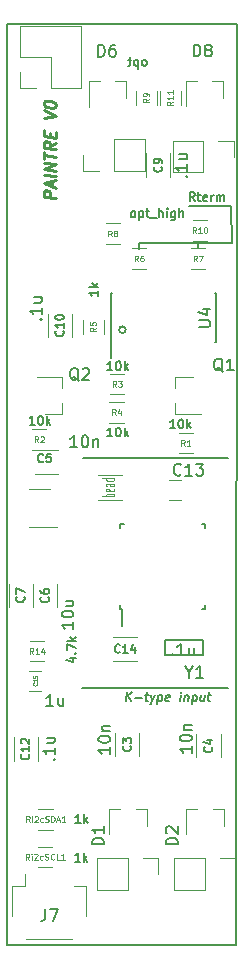
<source format=gbr>
G04 #@! TF.GenerationSoftware,KiCad,Pcbnew,5.0.2-bee76a0~70~ubuntu18.04.1*
G04 #@! TF.CreationDate,2019-12-03T11:06:18+01:00*
G04 #@! TF.ProjectId,instrumnet,696e7374-7275-46d6-9e65-742e6b696361,rev?*
G04 #@! TF.SameCoordinates,Original*
G04 #@! TF.FileFunction,Legend,Top*
G04 #@! TF.FilePolarity,Positive*
%FSLAX46Y46*%
G04 Gerber Fmt 4.6, Leading zero omitted, Abs format (unit mm)*
G04 Created by KiCad (PCBNEW 5.0.2-bee76a0~70~ubuntu18.04.1) date Tue 03 Dec 2019 11:06:18 AM CET*
%MOMM*%
%LPD*%
G01*
G04 APERTURE LIST*
%ADD10C,0.250000*%
%ADD11C,0.200000*%
%ADD12C,0.187500*%
%ADD13C,0.150000*%
%ADD14C,0.120000*%
%ADD15C,0.062500*%
%ADD16C,0.075000*%
%ADD17C,0.125000*%
G04 APERTURE END LIST*
D10*
X129152380Y-78779538D02*
X128152380Y-78654538D01*
X128152380Y-78273586D01*
X128200000Y-78184300D01*
X128247619Y-78142633D01*
X128342857Y-78106919D01*
X128485714Y-78124776D01*
X128580952Y-78184300D01*
X128628571Y-78237872D01*
X128676190Y-78339062D01*
X128676190Y-78720014D01*
X128866666Y-77791443D02*
X128866666Y-77315252D01*
X129152380Y-77922395D02*
X128152380Y-77464062D01*
X129152380Y-77255729D01*
X129152380Y-76922395D02*
X128152380Y-76797395D01*
X129152380Y-76446205D02*
X128152380Y-76321205D01*
X129152380Y-75874776D01*
X128152380Y-75749776D01*
X128152380Y-75416443D02*
X128152380Y-74845014D01*
X129152380Y-75255729D02*
X128152380Y-75130729D01*
X129152380Y-74065252D02*
X128676190Y-74339062D01*
X129152380Y-74636681D02*
X128152380Y-74511681D01*
X128152380Y-74130729D01*
X128200000Y-74041443D01*
X128247619Y-73999776D01*
X128342857Y-73964062D01*
X128485714Y-73981919D01*
X128580952Y-74041443D01*
X128628571Y-74095014D01*
X128676190Y-74196205D01*
X128676190Y-74577157D01*
X128628571Y-73571205D02*
X128628571Y-73237872D01*
X129152380Y-73160491D02*
X129152380Y-73636681D01*
X128152380Y-73511681D01*
X128152380Y-73035491D01*
X128152380Y-71987872D02*
X129152380Y-71779538D01*
X128152380Y-71321205D01*
X128152380Y-70797395D02*
X128152380Y-70702157D01*
X128200000Y-70612872D01*
X128247619Y-70571205D01*
X128342857Y-70535491D01*
X128533333Y-70511681D01*
X128771428Y-70541443D01*
X128961904Y-70612872D01*
X129057142Y-70672395D01*
X129104761Y-70725967D01*
X129152380Y-70827157D01*
X129152380Y-70922395D01*
X129104761Y-71011681D01*
X129057142Y-71053348D01*
X128961904Y-71089062D01*
X128771428Y-71112872D01*
X128533333Y-71083110D01*
X128342857Y-71011681D01*
X128247619Y-70952157D01*
X128200000Y-70898586D01*
X128152380Y-70797395D01*
D11*
X141210000Y-83000000D02*
X141200000Y-82600000D01*
X144100000Y-82600000D02*
X136200000Y-82600000D01*
X136190000Y-83040000D02*
X136200000Y-82600000D01*
X143980000Y-79400000D02*
X140410000Y-79440000D01*
X144100000Y-82600000D02*
X143980000Y-79400000D01*
D12*
X140914285Y-79009285D02*
X140664285Y-78652142D01*
X140485714Y-79009285D02*
X140485714Y-78259285D01*
X140771428Y-78259285D01*
X140842857Y-78295000D01*
X140878571Y-78330714D01*
X140914285Y-78402142D01*
X140914285Y-78509285D01*
X140878571Y-78580714D01*
X140842857Y-78616428D01*
X140771428Y-78652142D01*
X140485714Y-78652142D01*
X141128571Y-78509285D02*
X141414285Y-78509285D01*
X141235714Y-78259285D02*
X141235714Y-78902142D01*
X141271428Y-78973571D01*
X141342857Y-79009285D01*
X141414285Y-79009285D01*
X141950000Y-78973571D02*
X141878571Y-79009285D01*
X141735714Y-79009285D01*
X141664285Y-78973571D01*
X141628571Y-78902142D01*
X141628571Y-78616428D01*
X141664285Y-78545000D01*
X141735714Y-78509285D01*
X141878571Y-78509285D01*
X141950000Y-78545000D01*
X141985714Y-78616428D01*
X141985714Y-78687857D01*
X141628571Y-78759285D01*
X142307142Y-79009285D02*
X142307142Y-78509285D01*
X142307142Y-78652142D02*
X142342857Y-78580714D01*
X142378571Y-78545000D01*
X142450000Y-78509285D01*
X142521428Y-78509285D01*
X142771428Y-79009285D02*
X142771428Y-78509285D01*
X142771428Y-78580714D02*
X142807142Y-78545000D01*
X142878571Y-78509285D01*
X142985714Y-78509285D01*
X143057142Y-78545000D01*
X143092857Y-78616428D01*
X143092857Y-79009285D01*
X143092857Y-78616428D02*
X143128571Y-78545000D01*
X143200000Y-78509285D01*
X143307142Y-78509285D01*
X143378571Y-78545000D01*
X143414285Y-78616428D01*
X143414285Y-79009285D01*
X136707142Y-67539285D02*
X136778571Y-67503571D01*
X136814285Y-67467857D01*
X136850000Y-67396428D01*
X136850000Y-67182142D01*
X136814285Y-67110714D01*
X136778571Y-67075000D01*
X136707142Y-67039285D01*
X136600000Y-67039285D01*
X136528571Y-67075000D01*
X136492857Y-67110714D01*
X136457142Y-67182142D01*
X136457142Y-67396428D01*
X136492857Y-67467857D01*
X136528571Y-67503571D01*
X136600000Y-67539285D01*
X136707142Y-67539285D01*
X136135714Y-67039285D02*
X136135714Y-67789285D01*
X136135714Y-67075000D02*
X136064285Y-67039285D01*
X135921428Y-67039285D01*
X135850000Y-67075000D01*
X135814285Y-67110714D01*
X135778571Y-67182142D01*
X135778571Y-67396428D01*
X135814285Y-67467857D01*
X135850000Y-67503571D01*
X135921428Y-67539285D01*
X136064285Y-67539285D01*
X136135714Y-67503571D01*
X135564285Y-67039285D02*
X135278571Y-67039285D01*
X135457142Y-66789285D02*
X135457142Y-67432142D01*
X135421428Y-67503571D01*
X135350000Y-67539285D01*
X135278571Y-67539285D01*
D13*
X125000000Y-64000000D02*
X144500000Y-64000000D01*
D11*
X135082843Y-89900000D02*
G75*
G03X135082843Y-89900000I-282843J0D01*
G01*
D12*
X135101060Y-121339285D02*
X135194810Y-120589285D01*
X135529631Y-121339285D02*
X135261774Y-120910714D01*
X135623381Y-120589285D02*
X135141238Y-121017857D01*
X135886774Y-121053571D02*
X136458203Y-121053571D01*
X136734988Y-120839285D02*
X137020703Y-120839285D01*
X136873381Y-120589285D02*
X136793024Y-121232142D01*
X136819810Y-121303571D01*
X136886774Y-121339285D01*
X136958203Y-121339285D01*
X137199274Y-120839285D02*
X137315345Y-121339285D01*
X137556417Y-120839285D02*
X137315345Y-121339285D01*
X137221595Y-121517857D01*
X137181417Y-121553571D01*
X137105524Y-121589285D01*
X137842131Y-120839285D02*
X137748381Y-121589285D01*
X137837667Y-120875000D02*
X137913560Y-120839285D01*
X138056417Y-120839285D01*
X138123381Y-120875000D01*
X138154631Y-120910714D01*
X138181417Y-120982142D01*
X138154631Y-121196428D01*
X138109988Y-121267857D01*
X138069810Y-121303571D01*
X137993917Y-121339285D01*
X137851060Y-121339285D01*
X137784095Y-121303571D01*
X138748381Y-121303571D02*
X138672488Y-121339285D01*
X138529631Y-121339285D01*
X138462667Y-121303571D01*
X138435881Y-121232142D01*
X138471595Y-120946428D01*
X138516238Y-120875000D01*
X138592131Y-120839285D01*
X138734988Y-120839285D01*
X138801953Y-120875000D01*
X138828738Y-120946428D01*
X138819810Y-121017857D01*
X138453738Y-121089285D01*
X139672488Y-121339285D02*
X139734988Y-120839285D01*
X139766238Y-120589285D02*
X139726060Y-120625000D01*
X139757310Y-120660714D01*
X139797488Y-120625000D01*
X139766238Y-120589285D01*
X139757310Y-120660714D01*
X140092131Y-120839285D02*
X140029631Y-121339285D01*
X140083203Y-120910714D02*
X140123381Y-120875000D01*
X140199274Y-120839285D01*
X140306417Y-120839285D01*
X140373381Y-120875000D01*
X140400167Y-120946428D01*
X140351060Y-121339285D01*
X140770703Y-120839285D02*
X140676953Y-121589285D01*
X140766238Y-120875000D02*
X140842131Y-120839285D01*
X140984988Y-120839285D01*
X141051953Y-120875000D01*
X141083203Y-120910714D01*
X141109988Y-120982142D01*
X141083203Y-121196428D01*
X141038560Y-121267857D01*
X140998381Y-121303571D01*
X140922488Y-121339285D01*
X140779631Y-121339285D01*
X140712667Y-121303571D01*
X141770703Y-120839285D02*
X141708203Y-121339285D01*
X141449274Y-120839285D02*
X141400167Y-121232142D01*
X141426953Y-121303571D01*
X141493917Y-121339285D01*
X141601060Y-121339285D01*
X141676953Y-121303571D01*
X141717131Y-121267857D01*
X142020703Y-120839285D02*
X142306417Y-120839285D01*
X142159095Y-120589285D02*
X142078738Y-121232142D01*
X142105524Y-121303571D01*
X142172488Y-121339285D01*
X142243917Y-121339285D01*
D11*
X132500000Y-120250000D02*
X133250000Y-120250000D01*
X143760000Y-120230000D02*
X131340000Y-120230000D01*
X131470000Y-100750000D02*
X143720000Y-100750000D01*
D13*
X125000000Y-142000000D02*
X125000000Y-64000000D01*
X144400000Y-142000000D02*
X125000000Y-142000000D01*
X144500000Y-64000000D02*
X144400000Y-142000000D01*
D14*
G04 #@! TO.C,C13*
X139750000Y-102650000D02*
X138750000Y-102650000D01*
X138750000Y-104350000D02*
X139750000Y-104350000D01*
G04 #@! TO.C,C12*
X125580000Y-124400000D02*
X125580000Y-126400000D01*
X127620000Y-126400000D02*
X127620000Y-124400000D01*
G04 #@! TO.C,C14*
X136040000Y-115910000D02*
X134040000Y-115910000D01*
X134040000Y-117950000D02*
X136040000Y-117950000D01*
G04 #@! TO.C,C7*
X127210000Y-113400000D02*
X127210000Y-111400000D01*
X125170000Y-111400000D02*
X125170000Y-113400000D01*
G04 #@! TO.C,C10*
X128480000Y-88540000D02*
X128480000Y-90540000D01*
X130520000Y-90540000D02*
X130520000Y-88540000D01*
G04 #@! TO.C,C9*
X136810000Y-74970000D02*
X136810000Y-76970000D01*
X138850000Y-76970000D02*
X138850000Y-74970000D01*
G04 #@! TO.C,C6*
X129270000Y-113420000D02*
X129270000Y-111420000D01*
X127230000Y-111420000D02*
X127230000Y-113420000D01*
G04 #@! TO.C,C5*
X127380000Y-102130000D02*
X129380000Y-102130000D01*
X129380000Y-100090000D02*
X127380000Y-100090000D01*
G04 #@! TO.C,C4*
X141070000Y-124110000D02*
X141070000Y-126110000D01*
X143110000Y-126110000D02*
X143110000Y-124110000D01*
G04 #@! TO.C,C3*
X136230000Y-126020000D02*
X136230000Y-124020000D01*
X134190000Y-124020000D02*
X134190000Y-126020000D01*
G04 #@! TO.C,C15*
X127930000Y-118760000D02*
X126930000Y-118760000D01*
X126930000Y-120460000D02*
X127930000Y-120460000D01*
G04 #@! TO.C,Ri2cSDA1*
X127690000Y-130470000D02*
X128890000Y-130470000D01*
X128890000Y-132230000D02*
X127690000Y-132230000D01*
G04 #@! TO.C,Ri2cSCL1*
X127650000Y-133670000D02*
X128850000Y-133670000D01*
X128850000Y-135430000D02*
X127650000Y-135430000D01*
G04 #@! TO.C,R14*
X126980000Y-116230000D02*
X128180000Y-116230000D01*
X128180000Y-117990000D02*
X126980000Y-117990000D01*
G04 #@! TO.C,R1*
X139550000Y-98620000D02*
X140750000Y-98620000D01*
X140750000Y-100380000D02*
X139550000Y-100380000D01*
G04 #@! TO.C,R2*
X127160000Y-98330000D02*
X128360000Y-98330000D01*
X128360000Y-100090000D02*
X127160000Y-100090000D01*
G04 #@! TO.C,R3*
X133750000Y-93620000D02*
X134950000Y-93620000D01*
X134950000Y-95380000D02*
X133750000Y-95380000D01*
G04 #@! TO.C,R4*
X133700000Y-96020000D02*
X134900000Y-96020000D01*
X134900000Y-97780000D02*
X133700000Y-97780000D01*
G04 #@! TO.C,R6*
X136800000Y-84780000D02*
X135600000Y-84780000D01*
X135600000Y-83020000D02*
X136800000Y-83020000D01*
G04 #@! TO.C,R7*
X140600000Y-83020000D02*
X141800000Y-83020000D01*
X141800000Y-84780000D02*
X140600000Y-84780000D01*
G04 #@! TO.C,R5*
X133210000Y-89040000D02*
X133210000Y-90240000D01*
X131450000Y-90240000D02*
X131450000Y-89040000D01*
G04 #@! TO.C,R9*
X135930000Y-70860000D02*
X135930000Y-69660000D01*
X137690000Y-69660000D02*
X137690000Y-70860000D01*
G04 #@! TO.C,R10*
X140740000Y-80610000D02*
X141940000Y-80610000D01*
X141940000Y-82370000D02*
X140740000Y-82370000D01*
G04 #@! TO.C,R11*
X137960000Y-70860000D02*
X137960000Y-69660000D01*
X139720000Y-69660000D02*
X139720000Y-70860000D01*
G04 #@! TO.C,R8*
X133380000Y-80900000D02*
X134580000Y-80900000D01*
X134580000Y-82660000D02*
X133380000Y-82660000D01*
G04 #@! TO.C,D1*
X136860000Y-130480000D02*
X136860000Y-131940000D01*
X133700000Y-130480000D02*
X133700000Y-132640000D01*
X133700000Y-130480000D02*
X134630000Y-130480000D01*
X136860000Y-130480000D02*
X135930000Y-130480000D01*
G04 #@! TO.C,D2*
X143360000Y-130480000D02*
X142430000Y-130480000D01*
X140200000Y-130480000D02*
X141130000Y-130480000D01*
X140200000Y-130480000D02*
X140200000Y-132640000D01*
X143360000Y-130480000D02*
X143360000Y-131940000D01*
G04 #@! TO.C,458_IN1*
X136680000Y-76440000D02*
X136680000Y-73780000D01*
X134080000Y-76440000D02*
X136680000Y-76440000D01*
X134080000Y-73780000D02*
X136680000Y-73780000D01*
X134080000Y-76440000D02*
X134080000Y-73780000D01*
X132810000Y-76440000D02*
X131480000Y-76440000D01*
X131480000Y-76440000D02*
X131480000Y-75110000D01*
G04 #@! TO.C,485_OUT1*
X144250000Y-73910000D02*
X144250000Y-75240000D01*
X142920000Y-73910000D02*
X144250000Y-73910000D01*
X141650000Y-73910000D02*
X141650000Y-76570000D01*
X141650000Y-76570000D02*
X139050000Y-76570000D01*
X141650000Y-73910000D02*
X139050000Y-73910000D01*
X139050000Y-73910000D02*
X139050000Y-76570000D01*
G04 #@! TO.C,J1*
X126130000Y-69410000D02*
X126130000Y-68080000D01*
X127460000Y-69410000D02*
X126130000Y-69410000D01*
X126130000Y-66810000D02*
X126130000Y-64210000D01*
X128730000Y-66810000D02*
X126130000Y-66810000D01*
X128730000Y-69410000D02*
X128730000Y-66810000D01*
X126130000Y-64210000D02*
X131330000Y-64210000D01*
X128730000Y-69410000D02*
X131330000Y-69410000D01*
X131330000Y-69410000D02*
X131330000Y-64210000D01*
G04 #@! TO.C,L6*
X134750000Y-104320000D02*
X132750000Y-104320000D01*
X132750000Y-102180000D02*
X134750000Y-102180000D01*
D13*
G04 #@! TO.C,Y1*
X141600000Y-116827138D02*
X141600000Y-117477138D01*
X141600000Y-116177138D02*
X141600000Y-116827138D01*
X141600000Y-116177138D02*
X138400000Y-116177138D01*
X138400000Y-116177138D02*
X138400000Y-116827138D01*
X138400000Y-116827138D02*
X138400000Y-117477138D01*
X141600000Y-117477138D02*
X138400000Y-117477138D01*
D14*
G04 #@! TO.C,J3*
X139170000Y-134670000D02*
X139170000Y-137330000D01*
X141770000Y-134670000D02*
X139170000Y-134670000D01*
X141770000Y-137330000D02*
X139170000Y-137330000D01*
X141770000Y-134670000D02*
X141770000Y-137330000D01*
X143040000Y-134670000D02*
X144370000Y-134670000D01*
X144370000Y-134670000D02*
X144370000Y-136000000D01*
G04 #@! TO.C,J2*
X137830000Y-134670000D02*
X137830000Y-136000000D01*
X136500000Y-134670000D02*
X137830000Y-134670000D01*
X135230000Y-134670000D02*
X135230000Y-137330000D01*
X135230000Y-137330000D02*
X132630000Y-137330000D01*
X135230000Y-134670000D02*
X132630000Y-134670000D01*
X132630000Y-134670000D02*
X132630000Y-137330000D01*
G04 #@! TO.C,J7*
X125490000Y-139515000D02*
X125490000Y-137015000D01*
X125490000Y-137015000D02*
X126540000Y-137015000D01*
X126540000Y-137015000D02*
X126540000Y-136025000D01*
X131710000Y-139515000D02*
X131710000Y-137015000D01*
X131710000Y-137015000D02*
X130660000Y-137015000D01*
X126660000Y-141485000D02*
X130540000Y-141485000D01*
D13*
G04 #@! TO.C,U5*
X134800000Y-113575000D02*
X134800000Y-115000000D01*
X134575000Y-106325000D02*
X134575000Y-106650001D01*
X141825000Y-106325000D02*
X141825000Y-106650001D01*
X141825000Y-113575000D02*
X141825000Y-113249999D01*
X134575000Y-113575000D02*
X134575000Y-113249999D01*
X141825000Y-113575000D02*
X141499999Y-113575000D01*
X141825000Y-106325000D02*
X141499999Y-106325000D01*
X134575000Y-106325000D02*
X134900001Y-106325000D01*
X134575000Y-113575000D02*
X134800000Y-113575000D01*
D14*
G04 #@! TO.C,U1*
X128650000Y-103390000D02*
X126850000Y-103390000D01*
X126850000Y-106610000D02*
X129300000Y-106610000D01*
G04 #@! TO.C,Q2*
X129710000Y-97080000D02*
X128250000Y-97080000D01*
X129710000Y-93920000D02*
X127550000Y-93920000D01*
X129710000Y-93920000D02*
X129710000Y-94850000D01*
X129710000Y-97080000D02*
X129710000Y-96150000D01*
G04 #@! TO.C,Q1*
X139290000Y-93920000D02*
X139290000Y-94850000D01*
X139290000Y-97080000D02*
X139290000Y-96150000D01*
X139290000Y-97080000D02*
X141450000Y-97080000D01*
X139290000Y-93920000D02*
X140750000Y-93920000D01*
D13*
G04 #@! TO.C,U4*
X133865000Y-90925000D02*
X133865000Y-92300000D01*
X142740000Y-90925000D02*
X142740000Y-86775000D01*
X133840000Y-90925000D02*
X133840000Y-86775000D01*
X142740000Y-90925000D02*
X142625000Y-90925000D01*
X142740000Y-86775000D02*
X142625000Y-86775000D01*
X133840000Y-86775000D02*
X133955000Y-86775000D01*
X133840000Y-90925000D02*
X133865000Y-90925000D01*
D14*
G04 #@! TO.C,D6*
X135140000Y-68850000D02*
X135140000Y-70310000D01*
X131980000Y-68850000D02*
X131980000Y-71010000D01*
X131980000Y-68850000D02*
X132910000Y-68850000D01*
X135140000Y-68850000D02*
X134210000Y-68850000D01*
G04 #@! TO.C,D8*
X143310000Y-68820000D02*
X142380000Y-68820000D01*
X140150000Y-68820000D02*
X141080000Y-68820000D01*
X140150000Y-68820000D02*
X140150000Y-70980000D01*
X143310000Y-68820000D02*
X143310000Y-70280000D01*
G04 #@! TD*
G04 #@! TO.C,C13*
D13*
X139757142Y-102157142D02*
X139709523Y-102204761D01*
X139566666Y-102252380D01*
X139471428Y-102252380D01*
X139328571Y-102204761D01*
X139233333Y-102109523D01*
X139185714Y-102014285D01*
X139138095Y-101823809D01*
X139138095Y-101680952D01*
X139185714Y-101490476D01*
X139233333Y-101395238D01*
X139328571Y-101300000D01*
X139471428Y-101252380D01*
X139566666Y-101252380D01*
X139709523Y-101300000D01*
X139757142Y-101347619D01*
X140709523Y-102252380D02*
X140138095Y-102252380D01*
X140423809Y-102252380D02*
X140423809Y-101252380D01*
X140328571Y-101395238D01*
X140233333Y-101490476D01*
X140138095Y-101538095D01*
X141042857Y-101252380D02*
X141661904Y-101252380D01*
X141328571Y-101633333D01*
X141471428Y-101633333D01*
X141566666Y-101680952D01*
X141614285Y-101728571D01*
X141661904Y-101823809D01*
X141661904Y-102061904D01*
X141614285Y-102157142D01*
X141566666Y-102204761D01*
X141471428Y-102252380D01*
X141185714Y-102252380D01*
X141090476Y-102204761D01*
X141042857Y-102157142D01*
G04 #@! TO.C,C12*
X126850000Y-125850000D02*
X126883333Y-125883333D01*
X126916666Y-125983333D01*
X126916666Y-126050000D01*
X126883333Y-126150000D01*
X126816666Y-126216666D01*
X126750000Y-126250000D01*
X126616666Y-126283333D01*
X126516666Y-126283333D01*
X126383333Y-126250000D01*
X126316666Y-126216666D01*
X126250000Y-126150000D01*
X126216666Y-126050000D01*
X126216666Y-125983333D01*
X126250000Y-125883333D01*
X126283333Y-125850000D01*
X126916666Y-125183333D02*
X126916666Y-125583333D01*
X126916666Y-125383333D02*
X126216666Y-125383333D01*
X126316666Y-125450000D01*
X126383333Y-125516666D01*
X126416666Y-125583333D01*
X126283333Y-124916666D02*
X126250000Y-124883333D01*
X126216666Y-124816666D01*
X126216666Y-124650000D01*
X126250000Y-124583333D01*
X126283333Y-124550000D01*
X126350000Y-124516666D01*
X126416666Y-124516666D01*
X126516666Y-124550000D01*
X126916666Y-124950000D01*
X126916666Y-124516666D01*
X128967142Y-126288571D02*
X129014761Y-126240952D01*
X129062380Y-126288571D01*
X129014761Y-126336190D01*
X128967142Y-126288571D01*
X129062380Y-126288571D01*
X129062380Y-125288571D02*
X129062380Y-125860000D01*
X129062380Y-125574285D02*
X128062380Y-125574285D01*
X128205238Y-125669523D01*
X128300476Y-125764761D01*
X128348095Y-125860000D01*
X128395714Y-124431428D02*
X129062380Y-124431428D01*
X128395714Y-124860000D02*
X128919523Y-124860000D01*
X129014761Y-124812380D01*
X129062380Y-124717142D01*
X129062380Y-124574285D01*
X129014761Y-124479047D01*
X128967142Y-124431428D01*
G04 #@! TO.C,C14*
X134590000Y-117180000D02*
X134556666Y-117213333D01*
X134456666Y-117246666D01*
X134390000Y-117246666D01*
X134290000Y-117213333D01*
X134223333Y-117146666D01*
X134190000Y-117080000D01*
X134156666Y-116946666D01*
X134156666Y-116846666D01*
X134190000Y-116713333D01*
X134223333Y-116646666D01*
X134290000Y-116580000D01*
X134390000Y-116546666D01*
X134456666Y-116546666D01*
X134556666Y-116580000D01*
X134590000Y-116613333D01*
X135256666Y-117246666D02*
X134856666Y-117246666D01*
X135056666Y-117246666D02*
X135056666Y-116546666D01*
X134990000Y-116646666D01*
X134923333Y-116713333D01*
X134856666Y-116746666D01*
X135856666Y-116780000D02*
X135856666Y-117246666D01*
X135690000Y-116513333D02*
X135523333Y-117013333D01*
X135956666Y-117013333D01*
X139011428Y-117387142D02*
X139059047Y-117434761D01*
X139011428Y-117482380D01*
X138963809Y-117434761D01*
X139011428Y-117387142D01*
X139011428Y-117482380D01*
X140011428Y-117482380D02*
X139440000Y-117482380D01*
X139725714Y-117482380D02*
X139725714Y-116482380D01*
X139630476Y-116625238D01*
X139535238Y-116720476D01*
X139440000Y-116768095D01*
X140868571Y-116815714D02*
X140868571Y-117482380D01*
X140440000Y-116815714D02*
X140440000Y-117339523D01*
X140487619Y-117434761D01*
X140582857Y-117482380D01*
X140725714Y-117482380D01*
X140820952Y-117434761D01*
X140868571Y-117387142D01*
G04 #@! TO.C,C7*
X130652380Y-114642857D02*
X130652380Y-115214285D01*
X130652380Y-114928571D02*
X129652380Y-114928571D01*
X129795238Y-115023809D01*
X129890476Y-115119047D01*
X129938095Y-115214285D01*
X129652380Y-114023809D02*
X129652380Y-113928571D01*
X129700000Y-113833333D01*
X129747619Y-113785714D01*
X129842857Y-113738095D01*
X130033333Y-113690476D01*
X130271428Y-113690476D01*
X130461904Y-113738095D01*
X130557142Y-113785714D01*
X130604761Y-113833333D01*
X130652380Y-113928571D01*
X130652380Y-114023809D01*
X130604761Y-114119047D01*
X130557142Y-114166666D01*
X130461904Y-114214285D01*
X130271428Y-114261904D01*
X130033333Y-114261904D01*
X129842857Y-114214285D01*
X129747619Y-114166666D01*
X129700000Y-114119047D01*
X129652380Y-114023809D01*
X129985714Y-112833333D02*
X130652380Y-112833333D01*
X129985714Y-113261904D02*
X130509523Y-113261904D01*
X130604761Y-113214285D01*
X130652380Y-113119047D01*
X130652380Y-112976190D01*
X130604761Y-112880952D01*
X130557142Y-112833333D01*
X126450714Y-112518333D02*
X126485476Y-112552142D01*
X126520238Y-112653571D01*
X126520238Y-112721190D01*
X126485476Y-112822619D01*
X126415952Y-112890238D01*
X126346428Y-112924047D01*
X126207380Y-112957857D01*
X126103095Y-112957857D01*
X125964047Y-112924047D01*
X125894523Y-112890238D01*
X125825000Y-112822619D01*
X125790238Y-112721190D01*
X125790238Y-112653571D01*
X125825000Y-112552142D01*
X125859761Y-112518333D01*
X125790238Y-112281666D02*
X125790238Y-111808333D01*
X126520238Y-112112619D01*
G04 #@! TO.C,C10*
X127857142Y-89028571D02*
X127904761Y-88980952D01*
X127952380Y-89028571D01*
X127904761Y-89076190D01*
X127857142Y-89028571D01*
X127952380Y-89028571D01*
X127952380Y-88028571D02*
X127952380Y-88600000D01*
X127952380Y-88314285D02*
X126952380Y-88314285D01*
X127095238Y-88409523D01*
X127190476Y-88504761D01*
X127238095Y-88600000D01*
X127285714Y-87171428D02*
X127952380Y-87171428D01*
X127285714Y-87600000D02*
X127809523Y-87600000D01*
X127904761Y-87552380D01*
X127952380Y-87457142D01*
X127952380Y-87314285D01*
X127904761Y-87219047D01*
X127857142Y-87171428D01*
X129760714Y-89996428D02*
X129795476Y-90030238D01*
X129830238Y-90131666D01*
X129830238Y-90199285D01*
X129795476Y-90300714D01*
X129725952Y-90368333D01*
X129656428Y-90402142D01*
X129517380Y-90435952D01*
X129413095Y-90435952D01*
X129274047Y-90402142D01*
X129204523Y-90368333D01*
X129135000Y-90300714D01*
X129100238Y-90199285D01*
X129100238Y-90131666D01*
X129135000Y-90030238D01*
X129169761Y-89996428D01*
X129830238Y-89320238D02*
X129830238Y-89725952D01*
X129830238Y-89523095D02*
X129100238Y-89523095D01*
X129204523Y-89590714D01*
X129274047Y-89658333D01*
X129308809Y-89725952D01*
X129100238Y-88880714D02*
X129100238Y-88813095D01*
X129135000Y-88745476D01*
X129169761Y-88711666D01*
X129239285Y-88677857D01*
X129378333Y-88644047D01*
X129552142Y-88644047D01*
X129691190Y-88677857D01*
X129760714Y-88711666D01*
X129795476Y-88745476D01*
X129830238Y-88813095D01*
X129830238Y-88880714D01*
X129795476Y-88948333D01*
X129760714Y-88982142D01*
X129691190Y-89015952D01*
X129552142Y-89049761D01*
X129378333Y-89049761D01*
X129239285Y-89015952D01*
X129169761Y-88982142D01*
X129135000Y-88948333D01*
X129100238Y-88880714D01*
G04 #@! TO.C,C9*
X140187142Y-76898571D02*
X140234761Y-76850952D01*
X140282380Y-76898571D01*
X140234761Y-76946190D01*
X140187142Y-76898571D01*
X140282380Y-76898571D01*
X140282380Y-75898571D02*
X140282380Y-76470000D01*
X140282380Y-76184285D02*
X139282380Y-76184285D01*
X139425238Y-76279523D01*
X139520476Y-76374761D01*
X139568095Y-76470000D01*
X139615714Y-75041428D02*
X140282380Y-75041428D01*
X139615714Y-75470000D02*
X140139523Y-75470000D01*
X140234761Y-75422380D01*
X140282380Y-75327142D01*
X140282380Y-75184285D01*
X140234761Y-75089047D01*
X140187142Y-75041428D01*
X138090714Y-76088333D02*
X138125476Y-76122142D01*
X138160238Y-76223571D01*
X138160238Y-76291190D01*
X138125476Y-76392619D01*
X138055952Y-76460238D01*
X137986428Y-76494047D01*
X137847380Y-76527857D01*
X137743095Y-76527857D01*
X137604047Y-76494047D01*
X137534523Y-76460238D01*
X137465000Y-76392619D01*
X137430238Y-76291190D01*
X137430238Y-76223571D01*
X137465000Y-76122142D01*
X137499761Y-76088333D01*
X138160238Y-75750238D02*
X138160238Y-75615000D01*
X138125476Y-75547380D01*
X138090714Y-75513571D01*
X137986428Y-75445952D01*
X137847380Y-75412142D01*
X137569285Y-75412142D01*
X137499761Y-75445952D01*
X137465000Y-75479761D01*
X137430238Y-75547380D01*
X137430238Y-75682619D01*
X137465000Y-75750238D01*
X137499761Y-75784047D01*
X137569285Y-75817857D01*
X137743095Y-75817857D01*
X137812619Y-75784047D01*
X137847380Y-75750238D01*
X137882142Y-75682619D01*
X137882142Y-75547380D01*
X137847380Y-75479761D01*
X137812619Y-75445952D01*
X137743095Y-75412142D01*
G04 #@! TO.C,C6*
X128510714Y-112538333D02*
X128545476Y-112572142D01*
X128580238Y-112673571D01*
X128580238Y-112741190D01*
X128545476Y-112842619D01*
X128475952Y-112910238D01*
X128406428Y-112944047D01*
X128267380Y-112977857D01*
X128163095Y-112977857D01*
X128024047Y-112944047D01*
X127954523Y-112910238D01*
X127885000Y-112842619D01*
X127850238Y-112741190D01*
X127850238Y-112673571D01*
X127885000Y-112572142D01*
X127919761Y-112538333D01*
X127850238Y-111929761D02*
X127850238Y-112065000D01*
X127885000Y-112132619D01*
X127919761Y-112166428D01*
X128024047Y-112234047D01*
X128163095Y-112267857D01*
X128441190Y-112267857D01*
X128510714Y-112234047D01*
X128545476Y-112200238D01*
X128580238Y-112132619D01*
X128580238Y-111997380D01*
X128545476Y-111929761D01*
X128510714Y-111895952D01*
X128441190Y-111862142D01*
X128267380Y-111862142D01*
X128197857Y-111895952D01*
X128163095Y-111929761D01*
X128128333Y-111997380D01*
X128128333Y-112132619D01*
X128163095Y-112200238D01*
X128197857Y-112234047D01*
X128267380Y-112267857D01*
G04 #@! TO.C,C5*
X130957142Y-99852380D02*
X130385714Y-99852380D01*
X130671428Y-99852380D02*
X130671428Y-98852380D01*
X130576190Y-98995238D01*
X130480952Y-99090476D01*
X130385714Y-99138095D01*
X131576190Y-98852380D02*
X131671428Y-98852380D01*
X131766666Y-98900000D01*
X131814285Y-98947619D01*
X131861904Y-99042857D01*
X131909523Y-99233333D01*
X131909523Y-99471428D01*
X131861904Y-99661904D01*
X131814285Y-99757142D01*
X131766666Y-99804761D01*
X131671428Y-99852380D01*
X131576190Y-99852380D01*
X131480952Y-99804761D01*
X131433333Y-99757142D01*
X131385714Y-99661904D01*
X131338095Y-99471428D01*
X131338095Y-99233333D01*
X131385714Y-99042857D01*
X131433333Y-98947619D01*
X131480952Y-98900000D01*
X131576190Y-98852380D01*
X132338095Y-99185714D02*
X132338095Y-99852380D01*
X132338095Y-99280952D02*
X132385714Y-99233333D01*
X132480952Y-99185714D01*
X132623809Y-99185714D01*
X132719047Y-99233333D01*
X132766666Y-99328571D01*
X132766666Y-99852380D01*
X128081666Y-101060714D02*
X128047857Y-101095476D01*
X127946428Y-101130238D01*
X127878809Y-101130238D01*
X127777380Y-101095476D01*
X127709761Y-101025952D01*
X127675952Y-100956428D01*
X127642142Y-100817380D01*
X127642142Y-100713095D01*
X127675952Y-100574047D01*
X127709761Y-100504523D01*
X127777380Y-100435000D01*
X127878809Y-100400238D01*
X127946428Y-100400238D01*
X128047857Y-100435000D01*
X128081666Y-100469761D01*
X128724047Y-100400238D02*
X128385952Y-100400238D01*
X128352142Y-100747857D01*
X128385952Y-100713095D01*
X128453571Y-100678333D01*
X128622619Y-100678333D01*
X128690238Y-100713095D01*
X128724047Y-100747857D01*
X128757857Y-100817380D01*
X128757857Y-100991190D01*
X128724047Y-101060714D01*
X128690238Y-101095476D01*
X128622619Y-101130238D01*
X128453571Y-101130238D01*
X128385952Y-101095476D01*
X128352142Y-101060714D01*
G04 #@! TO.C,C4*
X140652380Y-125142857D02*
X140652380Y-125714285D01*
X140652380Y-125428571D02*
X139652380Y-125428571D01*
X139795238Y-125523809D01*
X139890476Y-125619047D01*
X139938095Y-125714285D01*
X139652380Y-124523809D02*
X139652380Y-124428571D01*
X139700000Y-124333333D01*
X139747619Y-124285714D01*
X139842857Y-124238095D01*
X140033333Y-124190476D01*
X140271428Y-124190476D01*
X140461904Y-124238095D01*
X140557142Y-124285714D01*
X140604761Y-124333333D01*
X140652380Y-124428571D01*
X140652380Y-124523809D01*
X140604761Y-124619047D01*
X140557142Y-124666666D01*
X140461904Y-124714285D01*
X140271428Y-124761904D01*
X140033333Y-124761904D01*
X139842857Y-124714285D01*
X139747619Y-124666666D01*
X139700000Y-124619047D01*
X139652380Y-124523809D01*
X139985714Y-123761904D02*
X140652380Y-123761904D01*
X140080952Y-123761904D02*
X140033333Y-123714285D01*
X139985714Y-123619047D01*
X139985714Y-123476190D01*
X140033333Y-123380952D01*
X140128571Y-123333333D01*
X140652380Y-123333333D01*
X142350714Y-125228333D02*
X142385476Y-125262142D01*
X142420238Y-125363571D01*
X142420238Y-125431190D01*
X142385476Y-125532619D01*
X142315952Y-125600238D01*
X142246428Y-125634047D01*
X142107380Y-125667857D01*
X142003095Y-125667857D01*
X141864047Y-125634047D01*
X141794523Y-125600238D01*
X141725000Y-125532619D01*
X141690238Y-125431190D01*
X141690238Y-125363571D01*
X141725000Y-125262142D01*
X141759761Y-125228333D01*
X141933571Y-124619761D02*
X142420238Y-124619761D01*
X141655476Y-124788809D02*
X142176904Y-124957857D01*
X142176904Y-124518333D01*
G04 #@! TO.C,C3*
X133752380Y-125242857D02*
X133752380Y-125814285D01*
X133752380Y-125528571D02*
X132752380Y-125528571D01*
X132895238Y-125623809D01*
X132990476Y-125719047D01*
X133038095Y-125814285D01*
X132752380Y-124623809D02*
X132752380Y-124528571D01*
X132800000Y-124433333D01*
X132847619Y-124385714D01*
X132942857Y-124338095D01*
X133133333Y-124290476D01*
X133371428Y-124290476D01*
X133561904Y-124338095D01*
X133657142Y-124385714D01*
X133704761Y-124433333D01*
X133752380Y-124528571D01*
X133752380Y-124623809D01*
X133704761Y-124719047D01*
X133657142Y-124766666D01*
X133561904Y-124814285D01*
X133371428Y-124861904D01*
X133133333Y-124861904D01*
X132942857Y-124814285D01*
X132847619Y-124766666D01*
X132800000Y-124719047D01*
X132752380Y-124623809D01*
X133085714Y-123861904D02*
X133752380Y-123861904D01*
X133180952Y-123861904D02*
X133133333Y-123814285D01*
X133085714Y-123719047D01*
X133085714Y-123576190D01*
X133133333Y-123480952D01*
X133228571Y-123433333D01*
X133752380Y-123433333D01*
X135470714Y-125138333D02*
X135505476Y-125172142D01*
X135540238Y-125273571D01*
X135540238Y-125341190D01*
X135505476Y-125442619D01*
X135435952Y-125510238D01*
X135366428Y-125544047D01*
X135227380Y-125577857D01*
X135123095Y-125577857D01*
X134984047Y-125544047D01*
X134914523Y-125510238D01*
X134845000Y-125442619D01*
X134810238Y-125341190D01*
X134810238Y-125273571D01*
X134845000Y-125172142D01*
X134879761Y-125138333D01*
X134810238Y-124901666D02*
X134810238Y-124462142D01*
X135088333Y-124698809D01*
X135088333Y-124597380D01*
X135123095Y-124529761D01*
X135157857Y-124495952D01*
X135227380Y-124462142D01*
X135401190Y-124462142D01*
X135470714Y-124495952D01*
X135505476Y-124529761D01*
X135540238Y-124597380D01*
X135540238Y-124800238D01*
X135505476Y-124867857D01*
X135470714Y-124901666D01*
G04 #@! TO.C,C15*
X128933333Y-121762380D02*
X128361904Y-121762380D01*
X128647619Y-121762380D02*
X128647619Y-120762380D01*
X128552380Y-120905238D01*
X128457142Y-121000476D01*
X128361904Y-121048095D01*
X129790476Y-121095714D02*
X129790476Y-121762380D01*
X129361904Y-121095714D02*
X129361904Y-121619523D01*
X129409523Y-121714761D01*
X129504761Y-121762380D01*
X129647619Y-121762380D01*
X129742857Y-121714761D01*
X129790476Y-121667142D01*
D15*
X127547857Y-119822142D02*
X127563571Y-119837857D01*
X127579285Y-119885000D01*
X127579285Y-119916428D01*
X127563571Y-119963571D01*
X127532142Y-119995000D01*
X127500714Y-120010714D01*
X127437857Y-120026428D01*
X127390714Y-120026428D01*
X127327857Y-120010714D01*
X127296428Y-119995000D01*
X127265000Y-119963571D01*
X127249285Y-119916428D01*
X127249285Y-119885000D01*
X127265000Y-119837857D01*
X127280714Y-119822142D01*
X127579285Y-119507857D02*
X127579285Y-119696428D01*
X127579285Y-119602142D02*
X127249285Y-119602142D01*
X127296428Y-119633571D01*
X127327857Y-119665000D01*
X127343571Y-119696428D01*
X127249285Y-119209285D02*
X127249285Y-119366428D01*
X127406428Y-119382142D01*
X127390714Y-119366428D01*
X127375000Y-119335000D01*
X127375000Y-119256428D01*
X127390714Y-119225000D01*
X127406428Y-119209285D01*
X127437857Y-119193571D01*
X127516428Y-119193571D01*
X127547857Y-119209285D01*
X127563571Y-119225000D01*
X127579285Y-119256428D01*
X127579285Y-119335000D01*
X127563571Y-119366428D01*
X127547857Y-119382142D01*
G04 #@! TO.C,Ri2cSDA1*
D13*
X131250714Y-131689285D02*
X130822142Y-131689285D01*
X131036428Y-131689285D02*
X131036428Y-130939285D01*
X130965000Y-131046428D01*
X130893571Y-131117857D01*
X130822142Y-131153571D01*
X131572142Y-131689285D02*
X131572142Y-130939285D01*
X131643571Y-131403571D02*
X131857857Y-131689285D01*
X131857857Y-131189285D02*
X131572142Y-131475000D01*
D16*
X126932857Y-131576190D02*
X126766190Y-131338095D01*
X126647142Y-131576190D02*
X126647142Y-131076190D01*
X126837619Y-131076190D01*
X126885238Y-131100000D01*
X126909047Y-131123809D01*
X126932857Y-131171428D01*
X126932857Y-131242857D01*
X126909047Y-131290476D01*
X126885238Y-131314285D01*
X126837619Y-131338095D01*
X126647142Y-131338095D01*
X127147142Y-131576190D02*
X127147142Y-131242857D01*
X127147142Y-131076190D02*
X127123333Y-131100000D01*
X127147142Y-131123809D01*
X127170952Y-131100000D01*
X127147142Y-131076190D01*
X127147142Y-131123809D01*
X127361428Y-131123809D02*
X127385238Y-131100000D01*
X127432857Y-131076190D01*
X127551904Y-131076190D01*
X127599523Y-131100000D01*
X127623333Y-131123809D01*
X127647142Y-131171428D01*
X127647142Y-131219047D01*
X127623333Y-131290476D01*
X127337619Y-131576190D01*
X127647142Y-131576190D01*
X128075714Y-131552380D02*
X128028095Y-131576190D01*
X127932857Y-131576190D01*
X127885238Y-131552380D01*
X127861428Y-131528571D01*
X127837619Y-131480952D01*
X127837619Y-131338095D01*
X127861428Y-131290476D01*
X127885238Y-131266666D01*
X127932857Y-131242857D01*
X128028095Y-131242857D01*
X128075714Y-131266666D01*
X128266190Y-131552380D02*
X128337619Y-131576190D01*
X128456666Y-131576190D01*
X128504285Y-131552380D01*
X128528095Y-131528571D01*
X128551904Y-131480952D01*
X128551904Y-131433333D01*
X128528095Y-131385714D01*
X128504285Y-131361904D01*
X128456666Y-131338095D01*
X128361428Y-131314285D01*
X128313809Y-131290476D01*
X128290000Y-131266666D01*
X128266190Y-131219047D01*
X128266190Y-131171428D01*
X128290000Y-131123809D01*
X128313809Y-131100000D01*
X128361428Y-131076190D01*
X128480476Y-131076190D01*
X128551904Y-131100000D01*
X128766190Y-131576190D02*
X128766190Y-131076190D01*
X128885238Y-131076190D01*
X128956666Y-131100000D01*
X129004285Y-131147619D01*
X129028095Y-131195238D01*
X129051904Y-131290476D01*
X129051904Y-131361904D01*
X129028095Y-131457142D01*
X129004285Y-131504761D01*
X128956666Y-131552380D01*
X128885238Y-131576190D01*
X128766190Y-131576190D01*
X129242380Y-131433333D02*
X129480476Y-131433333D01*
X129194761Y-131576190D02*
X129361428Y-131076190D01*
X129528095Y-131576190D01*
X129956666Y-131576190D02*
X129670952Y-131576190D01*
X129813809Y-131576190D02*
X129813809Y-131076190D01*
X129766190Y-131147619D01*
X129718571Y-131195238D01*
X129670952Y-131219047D01*
G04 #@! TO.C,Ri2cSCL1*
D13*
X131210714Y-134939285D02*
X130782142Y-134939285D01*
X130996428Y-134939285D02*
X130996428Y-134189285D01*
X130925000Y-134296428D01*
X130853571Y-134367857D01*
X130782142Y-134403571D01*
X131532142Y-134939285D02*
X131532142Y-134189285D01*
X131603571Y-134653571D02*
X131817857Y-134939285D01*
X131817857Y-134439285D02*
X131532142Y-134725000D01*
D16*
X126904761Y-134776190D02*
X126738095Y-134538095D01*
X126619047Y-134776190D02*
X126619047Y-134276190D01*
X126809523Y-134276190D01*
X126857142Y-134300000D01*
X126880952Y-134323809D01*
X126904761Y-134371428D01*
X126904761Y-134442857D01*
X126880952Y-134490476D01*
X126857142Y-134514285D01*
X126809523Y-134538095D01*
X126619047Y-134538095D01*
X127119047Y-134776190D02*
X127119047Y-134442857D01*
X127119047Y-134276190D02*
X127095238Y-134300000D01*
X127119047Y-134323809D01*
X127142857Y-134300000D01*
X127119047Y-134276190D01*
X127119047Y-134323809D01*
X127333333Y-134323809D02*
X127357142Y-134300000D01*
X127404761Y-134276190D01*
X127523809Y-134276190D01*
X127571428Y-134300000D01*
X127595238Y-134323809D01*
X127619047Y-134371428D01*
X127619047Y-134419047D01*
X127595238Y-134490476D01*
X127309523Y-134776190D01*
X127619047Y-134776190D01*
X128047619Y-134752380D02*
X128000000Y-134776190D01*
X127904761Y-134776190D01*
X127857142Y-134752380D01*
X127833333Y-134728571D01*
X127809523Y-134680952D01*
X127809523Y-134538095D01*
X127833333Y-134490476D01*
X127857142Y-134466666D01*
X127904761Y-134442857D01*
X128000000Y-134442857D01*
X128047619Y-134466666D01*
X128238095Y-134752380D02*
X128309523Y-134776190D01*
X128428571Y-134776190D01*
X128476190Y-134752380D01*
X128500000Y-134728571D01*
X128523809Y-134680952D01*
X128523809Y-134633333D01*
X128500000Y-134585714D01*
X128476190Y-134561904D01*
X128428571Y-134538095D01*
X128333333Y-134514285D01*
X128285714Y-134490476D01*
X128261904Y-134466666D01*
X128238095Y-134419047D01*
X128238095Y-134371428D01*
X128261904Y-134323809D01*
X128285714Y-134300000D01*
X128333333Y-134276190D01*
X128452380Y-134276190D01*
X128523809Y-134300000D01*
X129023809Y-134728571D02*
X129000000Y-134752380D01*
X128928571Y-134776190D01*
X128880952Y-134776190D01*
X128809523Y-134752380D01*
X128761904Y-134704761D01*
X128738095Y-134657142D01*
X128714285Y-134561904D01*
X128714285Y-134490476D01*
X128738095Y-134395238D01*
X128761904Y-134347619D01*
X128809523Y-134300000D01*
X128880952Y-134276190D01*
X128928571Y-134276190D01*
X129000000Y-134300000D01*
X129023809Y-134323809D01*
X129476190Y-134776190D02*
X129238095Y-134776190D01*
X129238095Y-134276190D01*
X129904761Y-134776190D02*
X129619047Y-134776190D01*
X129761904Y-134776190D02*
X129761904Y-134276190D01*
X129714285Y-134347619D01*
X129666666Y-134395238D01*
X129619047Y-134419047D01*
G04 #@! TO.C,R14*
D13*
X130339285Y-117696428D02*
X130839285Y-117696428D01*
X130053571Y-117875000D02*
X130589285Y-118053571D01*
X130589285Y-117589285D01*
X130767857Y-117303571D02*
X130803571Y-117267857D01*
X130839285Y-117303571D01*
X130803571Y-117339285D01*
X130767857Y-117303571D01*
X130839285Y-117303571D01*
X130089285Y-117017857D02*
X130089285Y-116517857D01*
X130839285Y-116839285D01*
X130839285Y-116232142D02*
X130089285Y-116232142D01*
X130553571Y-116160714D02*
X130839285Y-115946428D01*
X130339285Y-115946428D02*
X130625000Y-116232142D01*
D16*
X127258571Y-117336190D02*
X127091904Y-117098095D01*
X126972857Y-117336190D02*
X126972857Y-116836190D01*
X127163333Y-116836190D01*
X127210952Y-116860000D01*
X127234761Y-116883809D01*
X127258571Y-116931428D01*
X127258571Y-117002857D01*
X127234761Y-117050476D01*
X127210952Y-117074285D01*
X127163333Y-117098095D01*
X126972857Y-117098095D01*
X127734761Y-117336190D02*
X127449047Y-117336190D01*
X127591904Y-117336190D02*
X127591904Y-116836190D01*
X127544285Y-116907619D01*
X127496666Y-116955238D01*
X127449047Y-116979047D01*
X128163333Y-117002857D02*
X128163333Y-117336190D01*
X128044285Y-116812380D02*
X127925238Y-117169523D01*
X128234761Y-117169523D01*
G04 #@! TO.C,R1*
D13*
X139253571Y-98239285D02*
X138825000Y-98239285D01*
X139039285Y-98239285D02*
X139039285Y-97489285D01*
X138967857Y-97596428D01*
X138896428Y-97667857D01*
X138825000Y-97703571D01*
X139717857Y-97489285D02*
X139789285Y-97489285D01*
X139860714Y-97525000D01*
X139896428Y-97560714D01*
X139932142Y-97632142D01*
X139967857Y-97775000D01*
X139967857Y-97953571D01*
X139932142Y-98096428D01*
X139896428Y-98167857D01*
X139860714Y-98203571D01*
X139789285Y-98239285D01*
X139717857Y-98239285D01*
X139646428Y-98203571D01*
X139610714Y-98167857D01*
X139575000Y-98096428D01*
X139539285Y-97953571D01*
X139539285Y-97775000D01*
X139575000Y-97632142D01*
X139610714Y-97560714D01*
X139646428Y-97525000D01*
X139717857Y-97489285D01*
X140289285Y-98239285D02*
X140289285Y-97489285D01*
X140360714Y-97953571D02*
X140575000Y-98239285D01*
X140575000Y-97739285D02*
X140289285Y-98025000D01*
D16*
X140066666Y-99726190D02*
X139900000Y-99488095D01*
X139780952Y-99726190D02*
X139780952Y-99226190D01*
X139971428Y-99226190D01*
X140019047Y-99250000D01*
X140042857Y-99273809D01*
X140066666Y-99321428D01*
X140066666Y-99392857D01*
X140042857Y-99440476D01*
X140019047Y-99464285D01*
X139971428Y-99488095D01*
X139780952Y-99488095D01*
X140542857Y-99726190D02*
X140257142Y-99726190D01*
X140400000Y-99726190D02*
X140400000Y-99226190D01*
X140352380Y-99297619D01*
X140304761Y-99345238D01*
X140257142Y-99369047D01*
G04 #@! TO.C,R2*
D13*
X127363571Y-97949285D02*
X126935000Y-97949285D01*
X127149285Y-97949285D02*
X127149285Y-97199285D01*
X127077857Y-97306428D01*
X127006428Y-97377857D01*
X126935000Y-97413571D01*
X127827857Y-97199285D02*
X127899285Y-97199285D01*
X127970714Y-97235000D01*
X128006428Y-97270714D01*
X128042142Y-97342142D01*
X128077857Y-97485000D01*
X128077857Y-97663571D01*
X128042142Y-97806428D01*
X128006428Y-97877857D01*
X127970714Y-97913571D01*
X127899285Y-97949285D01*
X127827857Y-97949285D01*
X127756428Y-97913571D01*
X127720714Y-97877857D01*
X127685000Y-97806428D01*
X127649285Y-97663571D01*
X127649285Y-97485000D01*
X127685000Y-97342142D01*
X127720714Y-97270714D01*
X127756428Y-97235000D01*
X127827857Y-97199285D01*
X128399285Y-97949285D02*
X128399285Y-97199285D01*
X128470714Y-97663571D02*
X128685000Y-97949285D01*
X128685000Y-97449285D02*
X128399285Y-97735000D01*
D16*
X127676666Y-99436190D02*
X127510000Y-99198095D01*
X127390952Y-99436190D02*
X127390952Y-98936190D01*
X127581428Y-98936190D01*
X127629047Y-98960000D01*
X127652857Y-98983809D01*
X127676666Y-99031428D01*
X127676666Y-99102857D01*
X127652857Y-99150476D01*
X127629047Y-99174285D01*
X127581428Y-99198095D01*
X127390952Y-99198095D01*
X127867142Y-98983809D02*
X127890952Y-98960000D01*
X127938571Y-98936190D01*
X128057619Y-98936190D01*
X128105238Y-98960000D01*
X128129047Y-98983809D01*
X128152857Y-99031428D01*
X128152857Y-99079047D01*
X128129047Y-99150476D01*
X127843333Y-99436190D01*
X128152857Y-99436190D01*
G04 #@! TO.C,R3*
D13*
X133953571Y-93339285D02*
X133525000Y-93339285D01*
X133739285Y-93339285D02*
X133739285Y-92589285D01*
X133667857Y-92696428D01*
X133596428Y-92767857D01*
X133525000Y-92803571D01*
X134417857Y-92589285D02*
X134489285Y-92589285D01*
X134560714Y-92625000D01*
X134596428Y-92660714D01*
X134632142Y-92732142D01*
X134667857Y-92875000D01*
X134667857Y-93053571D01*
X134632142Y-93196428D01*
X134596428Y-93267857D01*
X134560714Y-93303571D01*
X134489285Y-93339285D01*
X134417857Y-93339285D01*
X134346428Y-93303571D01*
X134310714Y-93267857D01*
X134275000Y-93196428D01*
X134239285Y-93053571D01*
X134239285Y-92875000D01*
X134275000Y-92732142D01*
X134310714Y-92660714D01*
X134346428Y-92625000D01*
X134417857Y-92589285D01*
X134989285Y-93339285D02*
X134989285Y-92589285D01*
X135060714Y-93053571D02*
X135275000Y-93339285D01*
X135275000Y-92839285D02*
X134989285Y-93125000D01*
D16*
X134266666Y-94726190D02*
X134100000Y-94488095D01*
X133980952Y-94726190D02*
X133980952Y-94226190D01*
X134171428Y-94226190D01*
X134219047Y-94250000D01*
X134242857Y-94273809D01*
X134266666Y-94321428D01*
X134266666Y-94392857D01*
X134242857Y-94440476D01*
X134219047Y-94464285D01*
X134171428Y-94488095D01*
X133980952Y-94488095D01*
X134433333Y-94226190D02*
X134742857Y-94226190D01*
X134576190Y-94416666D01*
X134647619Y-94416666D01*
X134695238Y-94440476D01*
X134719047Y-94464285D01*
X134742857Y-94511904D01*
X134742857Y-94630952D01*
X134719047Y-94678571D01*
X134695238Y-94702380D01*
X134647619Y-94726190D01*
X134504761Y-94726190D01*
X134457142Y-94702380D01*
X134433333Y-94678571D01*
G04 #@! TO.C,R4*
D13*
X133953571Y-98939285D02*
X133525000Y-98939285D01*
X133739285Y-98939285D02*
X133739285Y-98189285D01*
X133667857Y-98296428D01*
X133596428Y-98367857D01*
X133525000Y-98403571D01*
X134417857Y-98189285D02*
X134489285Y-98189285D01*
X134560714Y-98225000D01*
X134596428Y-98260714D01*
X134632142Y-98332142D01*
X134667857Y-98475000D01*
X134667857Y-98653571D01*
X134632142Y-98796428D01*
X134596428Y-98867857D01*
X134560714Y-98903571D01*
X134489285Y-98939285D01*
X134417857Y-98939285D01*
X134346428Y-98903571D01*
X134310714Y-98867857D01*
X134275000Y-98796428D01*
X134239285Y-98653571D01*
X134239285Y-98475000D01*
X134275000Y-98332142D01*
X134310714Y-98260714D01*
X134346428Y-98225000D01*
X134417857Y-98189285D01*
X134989285Y-98939285D02*
X134989285Y-98189285D01*
X135060714Y-98653571D02*
X135275000Y-98939285D01*
X135275000Y-98439285D02*
X134989285Y-98725000D01*
D16*
X134216666Y-97126190D02*
X134050000Y-96888095D01*
X133930952Y-97126190D02*
X133930952Y-96626190D01*
X134121428Y-96626190D01*
X134169047Y-96650000D01*
X134192857Y-96673809D01*
X134216666Y-96721428D01*
X134216666Y-96792857D01*
X134192857Y-96840476D01*
X134169047Y-96864285D01*
X134121428Y-96888095D01*
X133930952Y-96888095D01*
X134645238Y-96792857D02*
X134645238Y-97126190D01*
X134526190Y-96602380D02*
X134407142Y-96959523D01*
X134716666Y-96959523D01*
G04 #@! TO.C,R6*
X136116666Y-84126190D02*
X135950000Y-83888095D01*
X135830952Y-84126190D02*
X135830952Y-83626190D01*
X136021428Y-83626190D01*
X136069047Y-83650000D01*
X136092857Y-83673809D01*
X136116666Y-83721428D01*
X136116666Y-83792857D01*
X136092857Y-83840476D01*
X136069047Y-83864285D01*
X136021428Y-83888095D01*
X135830952Y-83888095D01*
X136545238Y-83626190D02*
X136450000Y-83626190D01*
X136402380Y-83650000D01*
X136378571Y-83673809D01*
X136330952Y-83745238D01*
X136307142Y-83840476D01*
X136307142Y-84030952D01*
X136330952Y-84078571D01*
X136354761Y-84102380D01*
X136402380Y-84126190D01*
X136497619Y-84126190D01*
X136545238Y-84102380D01*
X136569047Y-84078571D01*
X136592857Y-84030952D01*
X136592857Y-83911904D01*
X136569047Y-83864285D01*
X136545238Y-83840476D01*
X136497619Y-83816666D01*
X136402380Y-83816666D01*
X136354761Y-83840476D01*
X136330952Y-83864285D01*
X136307142Y-83911904D01*
G04 #@! TO.C,R7*
X141116666Y-84126190D02*
X140950000Y-83888095D01*
X140830952Y-84126190D02*
X140830952Y-83626190D01*
X141021428Y-83626190D01*
X141069047Y-83650000D01*
X141092857Y-83673809D01*
X141116666Y-83721428D01*
X141116666Y-83792857D01*
X141092857Y-83840476D01*
X141069047Y-83864285D01*
X141021428Y-83888095D01*
X140830952Y-83888095D01*
X141283333Y-83626190D02*
X141616666Y-83626190D01*
X141402380Y-84126190D01*
G04 #@! TO.C,R5*
D13*
X132739285Y-86589285D02*
X132739285Y-87017857D01*
X132739285Y-86803571D02*
X131989285Y-86803571D01*
X132096428Y-86875000D01*
X132167857Y-86946428D01*
X132203571Y-87017857D01*
X132739285Y-86267857D02*
X131989285Y-86267857D01*
X132453571Y-86196428D02*
X132739285Y-85982142D01*
X132239285Y-85982142D02*
X132525000Y-86267857D01*
D16*
X132556190Y-89723333D02*
X132318095Y-89890000D01*
X132556190Y-90009047D02*
X132056190Y-90009047D01*
X132056190Y-89818571D01*
X132080000Y-89770952D01*
X132103809Y-89747142D01*
X132151428Y-89723333D01*
X132222857Y-89723333D01*
X132270476Y-89747142D01*
X132294285Y-89770952D01*
X132318095Y-89818571D01*
X132318095Y-90009047D01*
X132056190Y-89270952D02*
X132056190Y-89509047D01*
X132294285Y-89532857D01*
X132270476Y-89509047D01*
X132246666Y-89461428D01*
X132246666Y-89342380D01*
X132270476Y-89294761D01*
X132294285Y-89270952D01*
X132341904Y-89247142D01*
X132460952Y-89247142D01*
X132508571Y-89270952D01*
X132532380Y-89294761D01*
X132556190Y-89342380D01*
X132556190Y-89461428D01*
X132532380Y-89509047D01*
X132508571Y-89532857D01*
G04 #@! TO.C,R9*
X137036190Y-70343333D02*
X136798095Y-70510000D01*
X137036190Y-70629047D02*
X136536190Y-70629047D01*
X136536190Y-70438571D01*
X136560000Y-70390952D01*
X136583809Y-70367142D01*
X136631428Y-70343333D01*
X136702857Y-70343333D01*
X136750476Y-70367142D01*
X136774285Y-70390952D01*
X136798095Y-70438571D01*
X136798095Y-70629047D01*
X137036190Y-70105238D02*
X137036190Y-70010000D01*
X137012380Y-69962380D01*
X136988571Y-69938571D01*
X136917142Y-69890952D01*
X136821904Y-69867142D01*
X136631428Y-69867142D01*
X136583809Y-69890952D01*
X136560000Y-69914761D01*
X136536190Y-69962380D01*
X136536190Y-70057619D01*
X136560000Y-70105238D01*
X136583809Y-70129047D01*
X136631428Y-70152857D01*
X136750476Y-70152857D01*
X136798095Y-70129047D01*
X136821904Y-70105238D01*
X136845714Y-70057619D01*
X136845714Y-69962380D01*
X136821904Y-69914761D01*
X136798095Y-69890952D01*
X136750476Y-69867142D01*
G04 #@! TO.C,R10*
X141018571Y-81716190D02*
X140851904Y-81478095D01*
X140732857Y-81716190D02*
X140732857Y-81216190D01*
X140923333Y-81216190D01*
X140970952Y-81240000D01*
X140994761Y-81263809D01*
X141018571Y-81311428D01*
X141018571Y-81382857D01*
X140994761Y-81430476D01*
X140970952Y-81454285D01*
X140923333Y-81478095D01*
X140732857Y-81478095D01*
X141494761Y-81716190D02*
X141209047Y-81716190D01*
X141351904Y-81716190D02*
X141351904Y-81216190D01*
X141304285Y-81287619D01*
X141256666Y-81335238D01*
X141209047Y-81359047D01*
X141804285Y-81216190D02*
X141851904Y-81216190D01*
X141899523Y-81240000D01*
X141923333Y-81263809D01*
X141947142Y-81311428D01*
X141970952Y-81406666D01*
X141970952Y-81525714D01*
X141947142Y-81620952D01*
X141923333Y-81668571D01*
X141899523Y-81692380D01*
X141851904Y-81716190D01*
X141804285Y-81716190D01*
X141756666Y-81692380D01*
X141732857Y-81668571D01*
X141709047Y-81620952D01*
X141685238Y-81525714D01*
X141685238Y-81406666D01*
X141709047Y-81311428D01*
X141732857Y-81263809D01*
X141756666Y-81240000D01*
X141804285Y-81216190D01*
G04 #@! TO.C,R11*
X139066190Y-70581428D02*
X138828095Y-70748095D01*
X139066190Y-70867142D02*
X138566190Y-70867142D01*
X138566190Y-70676666D01*
X138590000Y-70629047D01*
X138613809Y-70605238D01*
X138661428Y-70581428D01*
X138732857Y-70581428D01*
X138780476Y-70605238D01*
X138804285Y-70629047D01*
X138828095Y-70676666D01*
X138828095Y-70867142D01*
X139066190Y-70105238D02*
X139066190Y-70390952D01*
X139066190Y-70248095D02*
X138566190Y-70248095D01*
X138637619Y-70295714D01*
X138685238Y-70343333D01*
X138709047Y-70390952D01*
X139066190Y-69629047D02*
X139066190Y-69914761D01*
X139066190Y-69771904D02*
X138566190Y-69771904D01*
X138637619Y-69819523D01*
X138685238Y-69867142D01*
X138709047Y-69914761D01*
G04 #@! TO.C,R8*
D13*
X135650714Y-80389285D02*
X135579285Y-80353571D01*
X135543571Y-80317857D01*
X135507857Y-80246428D01*
X135507857Y-80032142D01*
X135543571Y-79960714D01*
X135579285Y-79925000D01*
X135650714Y-79889285D01*
X135757857Y-79889285D01*
X135829285Y-79925000D01*
X135865000Y-79960714D01*
X135900714Y-80032142D01*
X135900714Y-80246428D01*
X135865000Y-80317857D01*
X135829285Y-80353571D01*
X135757857Y-80389285D01*
X135650714Y-80389285D01*
X136222142Y-79889285D02*
X136222142Y-80639285D01*
X136222142Y-79925000D02*
X136293571Y-79889285D01*
X136436428Y-79889285D01*
X136507857Y-79925000D01*
X136543571Y-79960714D01*
X136579285Y-80032142D01*
X136579285Y-80246428D01*
X136543571Y-80317857D01*
X136507857Y-80353571D01*
X136436428Y-80389285D01*
X136293571Y-80389285D01*
X136222142Y-80353571D01*
X136793571Y-79889285D02*
X137079285Y-79889285D01*
X136900714Y-79639285D02*
X136900714Y-80282142D01*
X136936428Y-80353571D01*
X137007857Y-80389285D01*
X137079285Y-80389285D01*
X137150714Y-80460714D02*
X137722142Y-80460714D01*
X137900714Y-80389285D02*
X137900714Y-79639285D01*
X138222142Y-80389285D02*
X138222142Y-79996428D01*
X138186428Y-79925000D01*
X138115000Y-79889285D01*
X138007857Y-79889285D01*
X137936428Y-79925000D01*
X137900714Y-79960714D01*
X138579285Y-80389285D02*
X138579285Y-79889285D01*
X138579285Y-79639285D02*
X138543571Y-79675000D01*
X138579285Y-79710714D01*
X138615000Y-79675000D01*
X138579285Y-79639285D01*
X138579285Y-79710714D01*
X139257857Y-79889285D02*
X139257857Y-80496428D01*
X139222142Y-80567857D01*
X139186428Y-80603571D01*
X139115000Y-80639285D01*
X139007857Y-80639285D01*
X138936428Y-80603571D01*
X139257857Y-80353571D02*
X139186428Y-80389285D01*
X139043571Y-80389285D01*
X138972142Y-80353571D01*
X138936428Y-80317857D01*
X138900714Y-80246428D01*
X138900714Y-80032142D01*
X138936428Y-79960714D01*
X138972142Y-79925000D01*
X139043571Y-79889285D01*
X139186428Y-79889285D01*
X139257857Y-79925000D01*
X139615000Y-80389285D02*
X139615000Y-79639285D01*
X139936428Y-80389285D02*
X139936428Y-79996428D01*
X139900714Y-79925000D01*
X139829285Y-79889285D01*
X139722142Y-79889285D01*
X139650714Y-79925000D01*
X139615000Y-79960714D01*
D16*
X133896666Y-82006190D02*
X133730000Y-81768095D01*
X133610952Y-82006190D02*
X133610952Y-81506190D01*
X133801428Y-81506190D01*
X133849047Y-81530000D01*
X133872857Y-81553809D01*
X133896666Y-81601428D01*
X133896666Y-81672857D01*
X133872857Y-81720476D01*
X133849047Y-81744285D01*
X133801428Y-81768095D01*
X133610952Y-81768095D01*
X134182380Y-81720476D02*
X134134761Y-81696666D01*
X134110952Y-81672857D01*
X134087142Y-81625238D01*
X134087142Y-81601428D01*
X134110952Y-81553809D01*
X134134761Y-81530000D01*
X134182380Y-81506190D01*
X134277619Y-81506190D01*
X134325238Y-81530000D01*
X134349047Y-81553809D01*
X134372857Y-81601428D01*
X134372857Y-81625238D01*
X134349047Y-81672857D01*
X134325238Y-81696666D01*
X134277619Y-81720476D01*
X134182380Y-81720476D01*
X134134761Y-81744285D01*
X134110952Y-81768095D01*
X134087142Y-81815714D01*
X134087142Y-81910952D01*
X134110952Y-81958571D01*
X134134761Y-81982380D01*
X134182380Y-82006190D01*
X134277619Y-82006190D01*
X134325238Y-81982380D01*
X134349047Y-81958571D01*
X134372857Y-81910952D01*
X134372857Y-81815714D01*
X134349047Y-81768095D01*
X134325238Y-81744285D01*
X134277619Y-81720476D01*
G04 #@! TO.C,D1*
D13*
X133232380Y-133478095D02*
X132232380Y-133478095D01*
X132232380Y-133240000D01*
X132280000Y-133097142D01*
X132375238Y-133001904D01*
X132470476Y-132954285D01*
X132660952Y-132906666D01*
X132803809Y-132906666D01*
X132994285Y-132954285D01*
X133089523Y-133001904D01*
X133184761Y-133097142D01*
X133232380Y-133240000D01*
X133232380Y-133478095D01*
X133232380Y-131954285D02*
X133232380Y-132525714D01*
X133232380Y-132240000D02*
X132232380Y-132240000D01*
X132375238Y-132335238D01*
X132470476Y-132430476D01*
X132518095Y-132525714D01*
G04 #@! TO.C,D2*
X139482380Y-133478095D02*
X138482380Y-133478095D01*
X138482380Y-133240000D01*
X138530000Y-133097142D01*
X138625238Y-133001904D01*
X138720476Y-132954285D01*
X138910952Y-132906666D01*
X139053809Y-132906666D01*
X139244285Y-132954285D01*
X139339523Y-133001904D01*
X139434761Y-133097142D01*
X139482380Y-133240000D01*
X139482380Y-133478095D01*
X138577619Y-132525714D02*
X138530000Y-132478095D01*
X138482380Y-132382857D01*
X138482380Y-132144761D01*
X138530000Y-132049523D01*
X138577619Y-132001904D01*
X138672857Y-131954285D01*
X138768095Y-131954285D01*
X138910952Y-132001904D01*
X139482380Y-132573333D01*
X139482380Y-131954285D01*
G04 #@! TO.C,L6*
D17*
X134102380Y-104023809D02*
X133102380Y-104023809D01*
X133483333Y-104023809D02*
X133435714Y-103976190D01*
X133435714Y-103880952D01*
X133483333Y-103833333D01*
X133530952Y-103809523D01*
X133626190Y-103785714D01*
X133911904Y-103785714D01*
X134007142Y-103809523D01*
X134054761Y-103833333D01*
X134102380Y-103880952D01*
X134102380Y-103976190D01*
X134054761Y-104023809D01*
X134054761Y-103380952D02*
X134102380Y-103428571D01*
X134102380Y-103523809D01*
X134054761Y-103571428D01*
X133959523Y-103595238D01*
X133578571Y-103595238D01*
X133483333Y-103571428D01*
X133435714Y-103523809D01*
X133435714Y-103428571D01*
X133483333Y-103380952D01*
X133578571Y-103357142D01*
X133673809Y-103357142D01*
X133769047Y-103595238D01*
X134102380Y-102928571D02*
X133578571Y-102928571D01*
X133483333Y-102952380D01*
X133435714Y-103000000D01*
X133435714Y-103095238D01*
X133483333Y-103142857D01*
X134054761Y-102928571D02*
X134102380Y-102976190D01*
X134102380Y-103095238D01*
X134054761Y-103142857D01*
X133959523Y-103166666D01*
X133864285Y-103166666D01*
X133769047Y-103142857D01*
X133721428Y-103095238D01*
X133721428Y-102976190D01*
X133673809Y-102928571D01*
X134102380Y-102476190D02*
X133102380Y-102476190D01*
X134054761Y-102476190D02*
X134102380Y-102523809D01*
X134102380Y-102619047D01*
X134054761Y-102666666D01*
X134007142Y-102690476D01*
X133911904Y-102714285D01*
X133626190Y-102714285D01*
X133530952Y-102690476D01*
X133483333Y-102666666D01*
X133435714Y-102619047D01*
X133435714Y-102523809D01*
X133483333Y-102476190D01*
G04 #@! TO.C,Y1*
D13*
X140423809Y-118876190D02*
X140423809Y-119352380D01*
X140090476Y-118352380D02*
X140423809Y-118876190D01*
X140757142Y-118352380D01*
X141614285Y-119352380D02*
X141042857Y-119352380D01*
X141328571Y-119352380D02*
X141328571Y-118352380D01*
X141233333Y-118495238D01*
X141138095Y-118590476D01*
X141042857Y-118638095D01*
G04 #@! TO.C,J7*
X128266666Y-138952380D02*
X128266666Y-139666666D01*
X128219047Y-139809523D01*
X128123809Y-139904761D01*
X127980952Y-139952380D01*
X127885714Y-139952380D01*
X128647619Y-138952380D02*
X129314285Y-138952380D01*
X128885714Y-139952380D01*
G04 #@! TO.C,Q2*
X131104761Y-94247619D02*
X131009523Y-94200000D01*
X130914285Y-94104761D01*
X130771428Y-93961904D01*
X130676190Y-93914285D01*
X130580952Y-93914285D01*
X130628571Y-94152380D02*
X130533333Y-94104761D01*
X130438095Y-94009523D01*
X130390476Y-93819047D01*
X130390476Y-93485714D01*
X130438095Y-93295238D01*
X130533333Y-93200000D01*
X130628571Y-93152380D01*
X130819047Y-93152380D01*
X130914285Y-93200000D01*
X131009523Y-93295238D01*
X131057142Y-93485714D01*
X131057142Y-93819047D01*
X131009523Y-94009523D01*
X130914285Y-94104761D01*
X130819047Y-94152380D01*
X130628571Y-94152380D01*
X131438095Y-93247619D02*
X131485714Y-93200000D01*
X131580952Y-93152380D01*
X131819047Y-93152380D01*
X131914285Y-93200000D01*
X131961904Y-93247619D01*
X132009523Y-93342857D01*
X132009523Y-93438095D01*
X131961904Y-93580952D01*
X131390476Y-94152380D01*
X132009523Y-94152380D01*
G04 #@! TO.C,Q1*
X143304761Y-93447619D02*
X143209523Y-93400000D01*
X143114285Y-93304761D01*
X142971428Y-93161904D01*
X142876190Y-93114285D01*
X142780952Y-93114285D01*
X142828571Y-93352380D02*
X142733333Y-93304761D01*
X142638095Y-93209523D01*
X142590476Y-93019047D01*
X142590476Y-92685714D01*
X142638095Y-92495238D01*
X142733333Y-92400000D01*
X142828571Y-92352380D01*
X143019047Y-92352380D01*
X143114285Y-92400000D01*
X143209523Y-92495238D01*
X143257142Y-92685714D01*
X143257142Y-93019047D01*
X143209523Y-93209523D01*
X143114285Y-93304761D01*
X143019047Y-93352380D01*
X142828571Y-93352380D01*
X144209523Y-93352380D02*
X143638095Y-93352380D01*
X143923809Y-93352380D02*
X143923809Y-92352380D01*
X143828571Y-92495238D01*
X143733333Y-92590476D01*
X143638095Y-92638095D01*
G04 #@! TO.C,U4*
X141252380Y-89661904D02*
X142061904Y-89661904D01*
X142157142Y-89614285D01*
X142204761Y-89566666D01*
X142252380Y-89471428D01*
X142252380Y-89280952D01*
X142204761Y-89185714D01*
X142157142Y-89138095D01*
X142061904Y-89090476D01*
X141252380Y-89090476D01*
X141585714Y-88185714D02*
X142252380Y-88185714D01*
X141204761Y-88423809D02*
X141919047Y-88661904D01*
X141919047Y-88042857D01*
G04 #@! TO.C,D6*
X132731904Y-66782380D02*
X132731904Y-65782380D01*
X132970000Y-65782380D01*
X133112857Y-65830000D01*
X133208095Y-65925238D01*
X133255714Y-66020476D01*
X133303333Y-66210952D01*
X133303333Y-66353809D01*
X133255714Y-66544285D01*
X133208095Y-66639523D01*
X133112857Y-66734761D01*
X132970000Y-66782380D01*
X132731904Y-66782380D01*
X134160476Y-65782380D02*
X133970000Y-65782380D01*
X133874761Y-65830000D01*
X133827142Y-65877619D01*
X133731904Y-66020476D01*
X133684285Y-66210952D01*
X133684285Y-66591904D01*
X133731904Y-66687142D01*
X133779523Y-66734761D01*
X133874761Y-66782380D01*
X134065238Y-66782380D01*
X134160476Y-66734761D01*
X134208095Y-66687142D01*
X134255714Y-66591904D01*
X134255714Y-66353809D01*
X134208095Y-66258571D01*
X134160476Y-66210952D01*
X134065238Y-66163333D01*
X133874761Y-66163333D01*
X133779523Y-66210952D01*
X133731904Y-66258571D01*
X133684285Y-66353809D01*
G04 #@! TO.C,D8*
X140831904Y-66762380D02*
X140831904Y-65762380D01*
X141070000Y-65762380D01*
X141212857Y-65810000D01*
X141308095Y-65905238D01*
X141355714Y-66000476D01*
X141403333Y-66190952D01*
X141403333Y-66333809D01*
X141355714Y-66524285D01*
X141308095Y-66619523D01*
X141212857Y-66714761D01*
X141070000Y-66762380D01*
X140831904Y-66762380D01*
X141974761Y-66190952D02*
X141879523Y-66143333D01*
X141831904Y-66095714D01*
X141784285Y-66000476D01*
X141784285Y-65952857D01*
X141831904Y-65857619D01*
X141879523Y-65810000D01*
X141974761Y-65762380D01*
X142165238Y-65762380D01*
X142260476Y-65810000D01*
X142308095Y-65857619D01*
X142355714Y-65952857D01*
X142355714Y-66000476D01*
X142308095Y-66095714D01*
X142260476Y-66143333D01*
X142165238Y-66190952D01*
X141974761Y-66190952D01*
X141879523Y-66238571D01*
X141831904Y-66286190D01*
X141784285Y-66381428D01*
X141784285Y-66571904D01*
X141831904Y-66667142D01*
X141879523Y-66714761D01*
X141974761Y-66762380D01*
X142165238Y-66762380D01*
X142260476Y-66714761D01*
X142308095Y-66667142D01*
X142355714Y-66571904D01*
X142355714Y-66381428D01*
X142308095Y-66286190D01*
X142260476Y-66238571D01*
X142165238Y-66190952D01*
G04 #@! TD*
M02*

</source>
